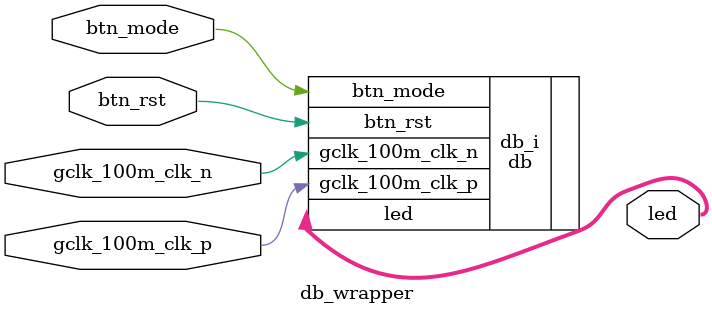
<source format=v>
`timescale 1 ps / 1 ps

module db_wrapper
   (btn_mode,
    btn_rst,
    gclk_100m_clk_n,
    gclk_100m_clk_p,
    led);
  input btn_mode;
  input btn_rst;
  input [0:0]gclk_100m_clk_n;
  input [0:0]gclk_100m_clk_p;
  output [3:0]led;

  wire btn_mode;
  wire btn_rst;
  wire [0:0]gclk_100m_clk_n;
  wire [0:0]gclk_100m_clk_p;
  wire [3:0]led;

  db db_i
       (.btn_mode(btn_mode),
        .btn_rst(btn_rst),
        .gclk_100m_clk_n(gclk_100m_clk_n),
        .gclk_100m_clk_p(gclk_100m_clk_p),
        .led(led));
endmodule

</source>
